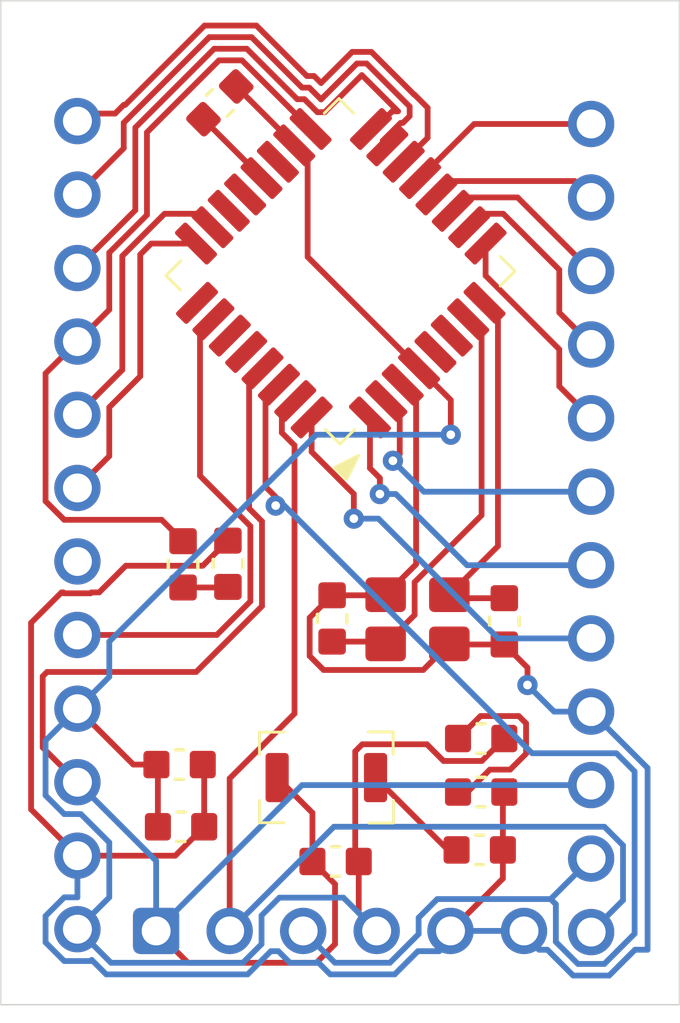
<source format=kicad_pcb>
(kicad_pcb (version 20241229) (generator "pcbnew") (generator_version "9.0")
  (layers (0 "F.Cu" signal) (2 "B.Cu" signal) (13 "F.Paste" user) (15 "B.Paste" user) (5 "F.SilkS" user "F.Silkscreen") (7 "B.SilkS" user "B.Silkscreen") (1 "F.Mask" user) (3 "B.Mask" user) (25 "Edge.Cuts" user))
  (net 0 "")
  (net 1 "RAW")
  (net 2 "Net-(U1-AREF)")
  (net 3 "GND")
  (net 4 "Net-(U1-XTAL1{slash}PB6)")
  (net 5 "/16MHz")
  (net 6 "Net-(C6-Pad1)")
  (net 7 "Net-(D1-Pad1)")
  (net 8 "Net-(D2-Pad2)")
  (net 9 "DTR")
  (net 10 "D10")
  (net 11 "A1")
  (net 12 "A0")
  (net 13 "MOSI")
  (net 14 "A2")
  (net 15 "SCK")
  (net 16 "MISO")
  (net 17 "A3")
  (net 18 "D2")
  (net 19 "D9")
  (net 20 "RXI")
  (net 21 "D4")
  (net 22 "D3")
  (net 23 "TX0")
  (net 24 "D5")
  (net 25 "D6")
  (net 26 "D7")
  (net 27 "D8")
  (footprint "Library:TS_3225" (layer "F.Cu") (at 205.05 89.75 180)
    (property "Reference" "SW2" (hide yes))
    (property "Value" "SW_Push" (hide yes))
    (fp_line (start 2.31 1.57) (end 2.31 0.79) (stroke (width 0.1)) (layer "F.SilkS"))
    (fp_line (start 2.31 -1.56) (end 2.31 -0.78) (stroke (width 0.1)) (layer "F.SilkS"))
    (fp_line (start 1.46 1.57) (end 2.31 1.57) (stroke (width 0.1)) (layer "F.SilkS"))
    (fp_line (start 1.46 -1.56) (end 2.31 -1.56) (stroke (width 0.1)) (layer "F.SilkS"))
    (fp_line (start -1.46 1.58) (end -2.31 1.58) (stroke (width 0.1)) (layer "F.SilkS"))
    (fp_line (start -1.47 -1.57) (end -2.32 -1.57) (stroke (width 0.1)) (layer "F.SilkS"))
    (fp_line (start -2.31 1.58) (end -2.31 0.8) (stroke (width 0.1)) (layer "F.SilkS"))
    (fp_line (start -2.32 -1.57) (end -2.32 -0.79) (stroke (width 0.1)) (layer "F.SilkS"))
    (pad "1" smd roundrect (at -1.7 0 180) (size 0.8 1.7) (layers "F.Cu" "F.Mask" "F.Paste") (roundrect_rratio 0.15) (net 6 "Net-(C6-Pad1)"))
    (pad "2" smd roundrect (at 1.7 0 180) (size 0.8 1.7) (layers "F.Cu" "F.Mask" "F.Paste") (roundrect_rratio 0.15) (net 9 "DTR"))
  )
  (footprint "Library:0603" (layer "F.Cu") (at 199.95 89.3)
    (property "Reference" "C4" (hide yes))
    (property "Value" "1uF")
    (fp_line (start -0.12058 0.51) (end 0.16058 0.51) (stroke (width 0.12)) (layer "F.SilkS"))
    (fp_line (start -0.11058 -0.51) (end 0.17058 -0.51) (stroke (width 0.12)) (layer "F.SilkS"))
    (pad "1" smd roundrect (at -0.77 0) (size 0.9 0.95) (layers "F.Cu" "F.Mask" "F.Paste") (roundrect_rratio 0.15) (net 1 "RAW"))
    (pad "2" smd roundrect (at 0.83 0) (size 0.9 0.95) (layers "F.Cu" "F.Mask" "F.Paste") (roundrect_rratio 0.15) (net 3 "GND"))
  )
  (footprint "Library:0603" (layer "F.Cu") (at 200.1 82.35 -90)
    (property "Reference" "R2" (hide yes))
    (property "Value" "330")
    (fp_line (start -0.12058 0.51) (end 0.16058 0.51) (stroke (width 0.12)) (layer "F.SilkS"))
    (fp_line (start -0.11058 -0.51) (end 0.17058 -0.51) (stroke (width 0.12)) (layer "F.SilkS"))
    (pad "1" smd roundrect (at -0.77 0 270) (size 0.9 0.95) (layers "F.Cu" "F.Mask" "F.Paste") (roundrect_rratio 0.15) (net 15 "SCK"))
    (pad "2" smd roundrect (at 0.83 0 270) (size 0.9 0.95) (layers "F.Cu" "F.Mask" "F.Paste") (roundrect_rratio 0.15) (net 8 "Net-(D2-Pad2)"))
  )
  (footprint "Library:0603" (layer "F.Cu") (at 205.25 84.28 90)
    (property "Reference" "C2" (hide yes))
    (property "Value" "12pF")
    (fp_line (start -0.11058 -0.51) (end 0.17058 -0.51) (stroke (width 0.12)) (layer "F.SilkS"))
    (fp_line (start -0.12058 0.51) (end 0.16058 0.51) (stroke (width 0.12)) (layer "F.SilkS"))
    (pad "1" smd roundrect (at -0.77 0 90) (size 0.9 0.95) (layers "F.Cu" "F.Mask" "F.Paste") (roundrect_rratio 0.15) (net 4 "Net-(U1-XTAL1{slash}PB6)"))
    (pad "2" smd roundrect (at 0.83 0 90) (size 0.9 0.95) (layers "F.Cu" "F.Mask" "F.Paste") (roundrect_rratio 0.15) (net 3 "GND"))
  )
  (footprint "Library:12pin_gpio" (layer "F.Cu") (at 196.45 79.99 180)
    (property "Reference" "J1" (hide yes))
    (property "Value" "~")
    (pad "1" thru_hole circle (at 0 -15 180) (size 1.6 1.6) (drill 1) (layers "*.Cu" "*.Mask") (net 1 "RAW"))
    (pad "2" thru_hole circle (at 0 -12.46 180) (size 1.6 1.6) (drill 1) (layers "*.Cu" "*.Mask") (net 3 "GND"))
    (pad "3" thru_hole circle (at 0 -9.92 180) (size 1.6 1.6) (drill 1) (layers "*.Cu" "*.Mask") (net 9 "DTR"))
    (pad "4" thru_hole circle (at 0 -7.38 180) (size 1.6 1.6) (drill 1) (layers "*.Cu" "*.Mask") (net 1 "RAW"))
    (pad "5" thru_hole circle (at 0 -4.83 180) (size 1.6 1.6) (drill 1) (layers "*.Cu" "*.Mask") (net 17 "A3"))
    (pad "6" thru_hole circle (at 0 -2.29 180) (size 1.6 1.6) (drill 1) (layers "*.Cu" "*.Mask") (net 14 "A2"))
    (pad "7" thru_hole circle (at 0 0.25 180) (size 1.6 1.6) (drill 1) (layers "*.Cu" "*.Mask") (net 11 "A1"))
    (pad "8" thru_hole circle (at 0 2.78 180) (size 1.6 1.6) (drill 1) (layers "*.Cu" "*.Mask") (net 12 "A0"))
    (pad "9" thru_hole circle (at 0 5.31 180) (size 1.6 1.6) (drill 1) (layers "*.Cu" "*.Mask") (net 15 "SCK"))
    (pad "10" thru_hole circle (at 0 7.85 180) (size 1.6 1.6) (drill 1) (layers "*.Cu" "*.Mask") (net 16 "MISO"))
    (pad "11" thru_hole circle (at 0 10.39 180) (size 1.6 1.6) (drill 1) (layers "*.Cu" "*.Mask") (net 13 "MOSI"))
    (pad "12" thru_hole circle (at 0 12.93 180) (size 1.6 1.6) (drill 1) (layers "*.Cu" "*.Mask") (net 10 "D10"))
  )
  (footprint "Library:0603" (layer "F.Cu") (at 210.37 88.4)
    (property "Reference" "D1" (hide yes))
    (property "Value" "Red")
    (fp_line (start -0.12058 0.51) (end 0.16058 0.51) (stroke (width 0.12)) (layer "F.SilkS"))
    (fp_line (start -0.11058 -0.51) (end 0.17058 -0.51) (stroke (width 0.12)) (layer "F.SilkS"))
    (pad "1" smd roundrect (at -0.77 0) (size 0.9 0.95) (layers "F.Cu" "F.Mask" "F.Paste") (roundrect_rratio 0.15) (net 7 "Net-(D1-Pad1)"))
    (pad "2" smd roundrect (at 0.83 0) (size 0.9 0.95) (layers "F.Cu" "F.Mask" "F.Paste") (roundrect_rratio 0.15) (net 1 "RAW"))
  )
  (footprint "Library:ATMEGA328P-AU" (layer "F.Cu") (at 205.55 72.3 135)
    (property "Reference" "U1" (hide yes))
    (property "Value" "ATmega328P-A" (hide yes))
    (fp_line (start 4.2 -4.34) (end 4.2 -3.62) (stroke (width 0.1)) (layer "F.SilkS"))
    (fp_line (start 3.48 -4.34) (end 4.19998 -4.34131) (stroke (width 0.1)) (layer "F.SilkS"))
    (fp_line (start -3.45001 -4.209345) (end -4.16999 -4.210655) (stroke (width 0.1)) (layer "F.SilkS"))
    (fp_line (start 4.3 4.21) (end 4.3 3.49) (stroke (width 0.1)) (layer "F.SilkS"))
    (fp_line (start -4.17001 -4.209345) (end -4.17001 -3.489345) (stroke (width 0.1)) (layer "F.SilkS"))
    (fp_line (start 3.58 4.21) (end 4.29998 4.21131) (stroke (width 0.1)) (layer "F.SilkS"))
    (fp_line (start -3.5 4.29) (end -4.21998 4.29131) (stroke (width 0.1)) (layer "F.SilkS"))
    (fp_line (start -4.220001 4.29) (end -4.22 3.57) (stroke (width 0.1)) (layer "F.SilkS"))
    (fp_poly (pts (xy -4.9 -4.03) (xy -4.6 -4.93) (xy -5.2 -4.93)) (stroke (width 0.1)) (fill yes) (layer "F.SilkS"))
    (pad "1" smd roundrect (at -4.25 -2.825 135) (size 1.6 0.55) (layers "F.Cu" "F.Mask" "F.Paste") (roundrect_rratio 0.15) (net 22 "D3"))
    (pad "2" smd roundrect (at -4.25 -2.025 135) (size 1.6 0.55) (layers "F.Cu" "F.Mask" "F.Paste") (roundrect_rratio 0.15) (net 21 "D4"))
    (pad "3" smd roundrect (at -4.25 -1.225 135) (size 1.6 0.55) (layers "F.Cu" "F.Mask" "F.Paste") (roundrect_rratio 0.15) (net 3 "GND"))
    (pad "4" smd roundrect (at -4.25 -0.425 135) (size 1.6 0.55) (layers "F.Cu" "F.Mask" "F.Paste") (roundrect_rratio 0.15) (net 1 "RAW"))
    (pad "5" smd roundrect (at -4.25 0.375 135) (size 1.6 0.55) (layers "F.Cu" "F.Mask" "F.Paste") (roundrect_rratio 0.15))
    (pad "6" smd roundrect (at -4.25 1.175 135) (size 1.6 0.55) (layers "F.Cu" "F.Mask" "F.Paste") (roundrect_rratio 0.15))
    (pad "7" smd roundrect (at -4.25 1.975 135) (size 1.6 0.55) (layers "F.Cu" "F.Mask" "F.Paste") (roundrect_rratio 0.15) (net 4 "Net-(U1-XTAL1{slash}PB6)"))
    (pad "8" smd roundrect (at -4.25 2.775 135) (size 1.6 0.55) (layers "F.Cu" "F.Mask" "F.Paste") (roundrect_rratio 0.15) (net 5 "/16MHz"))
    (pad "9" smd roundrect (at -2.825 4.25 225) (size 1.6 0.55) (layers "F.Cu" "F.Mask" "F.Paste") (roundrect_rratio 0.15) (net 24 "D5"))
    (pad "10" smd roundrect (at -2.025 4.25 225) (size 1.6 0.55) (layers "F.Cu" "F.Mask" "F.Paste") (roundrect_rratio 0.15) (net 25 "D6"))
    (pad "11" smd roundrect (at -1.225 4.25 225) (size 1.6 0.55) (layers "F.Cu" "F.Mask" "F.Paste") (roundrect_rratio 0.15) (net 26 "D7"))
    (pad "12" smd roundrect (at -0.425 4.25 225) (size 1.6 0.55) (layers "F.Cu" "F.Mask" "F.Paste") (roundrect_rratio 0.15) (net 27 "D8"))
    (pad "13" smd roundrect (at 0.375 4.25 225) (size 1.6 0.55) (layers "F.Cu" "F.Mask" "F.Paste") (roundrect_rratio 0.15) (net 19 "D9"))
    (pad "14" smd roundrect (at 1.175 4.25 225) (size 1.6 0.55) (layers "F.Cu" "F.Mask" "F.Paste") (roundrect_rratio 0.15) (net 10 "D10"))
    (pad "15" smd roundrect (at 1.975 4.25 225) (size 1.6 0.55) (layers "F.Cu" "F.Mask" "F.Paste") (roundrect_rratio 0.15) (net 13 "MOSI"))
    (pad "16" smd roundrect (at 2.775 4.25 225) (size 1.6 0.55) (layers "F.Cu" "F.Mask" "F.Paste") (roundrect_rratio 0.15) (net 16 "MISO"))
    (pad "17" smd roundrect (at 4.25 2.775 135) (size 1.6 0.55) (layers "F.Cu" "F.Mask" "F.Paste") (roundrect_rratio 0.15) (net 15 "SCK"))
    (pad "18" smd roundrect (at 4.25 1.975 135) (size 1.6 0.55) (layers "F.Cu" "F.Mask" "F.Paste") (roundrect_rratio 0.15) (net 1 "RAW"))
    (pad "19" smd roundrect (at 4.25 1.175 135) (size 1.6 0.55) (layers "F.Cu" "F.Mask" "F.Paste") (roundrect_rratio 0.15))
    (pad "20" smd roundrect (at 4.25 0.375 135) (size 1.6 0.55) (layers "F.Cu" "F.Mask" "F.Paste") (roundrect_rratio 0.15) (net 2 "Net-(U1-AREF)"))
    (pad "21" smd roundrect (at 4.25 -0.425 135) (size 1.6 0.55) (layers "F.Cu" "F.Mask" "F.Paste") (roundrect_rratio 0.15))
    (pad "22" smd roundrect (at 4.25 -1.225 135) (size 1.6 0.55) (layers "F.Cu" "F.Mask" "F.Paste") (roundrect_rratio 0.15))
    (pad "23" smd roundrect (at 4.25 -2.025 135) (size 1.6 0.55) (layers "F.Cu" "F.Mask" "F.Paste") (roundrect_rratio 0.15) (net 12 "A0"))
    (pad "24" smd roundrect (at 4.25 -2.825 135) (size 1.6 0.55) (layers "F.Cu" "F.Mask" "F.Paste") (roundrect_rratio 0.15) (net 11 "A1"))
    (pad "25" smd roundrect (at 2.775 -4.25 225) (size 1.6 0.55) (layers "F.Cu" "F.Mask" "F.Paste") (roundrect_rratio 0.15))
    (pad "26" smd roundrect (at 1.975 -4.25 225) (size 1.6 0.55) (layers "F.Cu" "F.Mask" "F.Paste") (roundrect_rratio 0.15) (net 17 "A3"))
    (pad "27" smd roundrect (at 1.175 -4.25 225) (size 1.6 0.55) (layers "F.Cu" "F.Mask" "F.Paste") (roundrect_rratio 0.15))
    (pad "28" smd roundrect (at 0.375 -4.25 225) (size 1.6 0.55) (layers "F.Cu" "F.Mask" "F.Paste") (roundrect_rratio 0.15))
    (pad "29" smd roundrect (at -0.425 -4.25 225) (size 1.6 0.55) (layers "F.Cu" "F.Mask" "F.Paste") (roundrect_rratio 0.15) (net 9 "DTR"))
    (pad "30" smd roundrect (at -1.225 -4.25 225) (size 1.6 0.55) (layers "F.Cu" "F.Mask" "F.Paste") (roundrect_rratio 0.15) (net 20 "RXI"))
    (pad "31" smd roundrect (at -2.025 -4.25 225) (size 1.6 0.55) (layers "F.Cu" "F.Mask" "F.Paste") (roundrect_rratio 0.15) (net 23 "TX0"))
    (pad "32" smd roundrect (at -2.825 -4.25 225) (size 1.6 0.55) (layers "F.Cu" "F.Mask" "F.Paste") (roundrect_rratio 0.15) (net 18 "D2"))
  )
  (footprint "Library:12pin_gpio" (layer "F.Cu") (at 214.2 82.16)
    (property "Reference" "J2" (hide yes))
    (property "Value" "~" (hide yes))
    (pad "1" thru_hole circle (at 0 -15) (size 1.6 1.6) (drill 1) (layers "*.Cu" "*.Mask") (net 19 "D9"))
    (pad "2" thru_hole circle (at 0 -12.46) (size 1.6 1.6) (drill 1) (layers "*.Cu" "*.Mask") (net 27 "D8"))
    (pad "3" thru_hole circle (at 0 -9.92) (size 1.6 1.6) (drill 1) (layers "*.Cu" "*.Mask") (net 26 "D7"))
    (pad "4" thru_hole circle (at 0 -7.38) (size 1.6 1.6) (drill 1) (layers "*.Cu" "*.Mask") (net 25 "D6"))
    (pad "5" thru_hole circle (at 0 -4.83) (size 1.6 1.6) (drill 1) (layers "*.Cu" "*.Mask") (net 24 "D5"))
    (pad "6" thru_hole circle (at 0 -2.29) (size 1.6 1.6) (drill 1) (layers "*.Cu" "*.Mask") (net 21 "D4"))
    (pad "7" thru_hole circle (at 0 0.25) (size 1.6 1.6) (drill 1) (layers "*.Cu" "*.Mask") (net 22 "D3"))
    (pad "8" thru_hole circle (at 0 2.78) (size 1.6 1.6) (drill 1) (layers "*.Cu" "*.Mask") (net 18 "D2"))
    (pad "9" thru_hole circle (at 0 5.31) (size 1.6 1.6) (drill 1) (layers "*.Cu" "*.Mask") (net 3 "GND"))
    (pad "10" thru_hole circle (at 0 7.85) (size 1.6 1.6) (drill 1) (layers "*.Cu" "*.Mask") (net 9 "DTR"))
    (pad "11" thru_hole circle (at 0 10.39) (size 1.6 1.6) (drill 1) (layers "*.Cu" "*.Mask") (net 20 "RXI"))
    (pad "12" thru_hole circle (at 0 12.93) (size 1.6 1.6) (drill 1) (layers "*.Cu" "*.Mask") (net 23 "TX0"))
  )
  (footprint "Library:0603" (layer "F.Cu") (at 205.4 92.65 180)
    (property "Reference" "R3" (hide yes))
    (property "Value" "10K")
    (fp_line (start -0.11058 -0.51) (end 0.17058 -0.51) (stroke (width 0.12)) (layer "F.SilkS"))
    (fp_line (start -0.12058 0.51) (end 0.16058 0.51) (stroke (width 0.12)) (layer "F.SilkS"))
    (pad "1" smd roundrect (at -0.77 0 180) (size 0.9 0.95) (layers "F.Cu" "F.Mask" "F.Paste") (roundrect_rratio 0.15) (net 1 "RAW"))
    (pad "2" smd roundrect (at 0.83 0 180) (size 0.9 0.95) (layers "F.Cu" "F.Mask" "F.Paste") (roundrect_rratio 0.15) (net 9 "DTR"))
  )
  (footprint "Library:0603" (layer "F.Cu") (at 211.2 84.32 -90)
    (property "Reference" "C3" (hide yes))
    (property "Value" "12pF")
    (fp_line (start -0.12058 0.51) (end 0.16058 0.51) (stroke (width 0.12)) (layer "F.SilkS"))
    (fp_line (start -0.11058 -0.51) (end 0.17058 -0.51) (stroke (width 0.12)) (layer "F.SilkS"))
    (pad "1" smd roundrect (at -0.77 0 270) (size 0.9 0.95) (layers "F.Cu" "F.Mask" "F.Paste") (roundrect_rratio 0.15) (net 5 "/16MHz"))
    (pad "2" smd roundrect (at 0.83 0 270) (size 0.9 0.95) (layers "F.Cu" "F.Mask" "F.Paste") (roundrect_rratio 0.15) (net 3 "GND"))
  )
  (footprint "Library:0603" (layer "F.Cu") (at 201.35 66.45 45)
    (property "Reference" "C1" (hide yes))
    (property "Value" "100nF")
    (fp_line (start -0.110579 -0.51) (end 0.17058 -0.51) (stroke (width 0.12)) (layer "F.SilkS"))
    (fp_line (start -0.120579 0.51) (end 0.16058 0.51) (stroke (width 0.12)) (layer "F.SilkS"))
    (pad "1" smd roundrect (at -0.77 0 45) (size 0.9 0.95) (layers "F.Cu" "F.Mask" "F.Paste") (roundrect_rratio 0.15) (net 2 "Net-(U1-AREF)"))
    (pad "2" smd roundrect (at 0.830001 0 45) (size 0.9 0.95) (layers "F.Cu" "F.Mask" "F.Paste") (roundrect_rratio 0.15) (net 1 "RAW"))
  )
  (footprint "Library:0603" (layer "F.Cu") (at 201.65 82.33 -90)
    (property "Reference" "D2" (hide yes))
    (property "Value" "Green")
    (fp_line (start -0.12058 0.51) (end 0.16058 0.51) (stroke (width 0.12)) (layer "F.SilkS"))
    (fp_line (start -0.11058 -0.51) (end 0.17058 -0.51) (stroke (width 0.12)) (layer "F.SilkS"))
    (pad "1" smd roundrect (at -0.77 0 270) (size 0.9 0.95) (layers "F.Cu" "F.Mask" "F.Paste") (roundrect_rratio 0.15) (net 3 "GND"))
    (pad "2" smd roundrect (at 0.83 0 270) (size 0.9 0.95) (layers "F.Cu" "F.Mask" "F.Paste") (roundrect_rratio 0.15) (net 8 "Net-(D2-Pad2)"))
  )
  (footprint "Library:0603" (layer "F.Cu") (at 210.37 90.25)
    (property "Reference" "R1" (hide yes))
    (property "Value" "10K")
    (fp_line (start -0.12058 0.51) (end 0.16058 0.51) (stroke (width 0.12)) (layer "F.SilkS"))
    (fp_line (start -0.11058 -0.51) (end 0.17058 -0.51) (stroke (width 0.12)) (layer "F.SilkS"))
    (pad "1" smd roundrect (at -0.77 0) (size 0.9 0.95) (layers "F.Cu" "F.Mask" "F.Paste") (roundrect_rratio 0.15) (net 7 "Net-(D1-Pad1)"))
    (pad "2" smd roundrect (at 0.83 0) (size 0.9 0.95) (layers "F.Cu" "F.Mask" "F.Paste") (roundrect_rratio 0.15) (net 3 "GND"))
  )
  (footprint "Library:0603" (layer "F.Cu") (at 200 91.45)
    (property "Reference" "C5" (hide yes))
    (property "Value" "100nF")
    (fp_line (start -0.12058 0.51) (end 0.16058 0.51) (stroke (width 0.12)) (layer "F.SilkS"))
    (fp_line (start -0.11058 -0.51) (end 0.17058 -0.51) (stroke (width 0.12)) (layer "F.SilkS"))
    (pad "1" smd roundrect (at -0.77 0) (size 0.9 0.95) (layers "F.Cu" "F.Mask" "F.Paste") (roundrect_rratio 0.15) (net 1 "RAW"))
    (pad "2" smd roundrect (at 0.83 0) (size 0.9 0.95) (layers "F.Cu" "F.Mask" "F.Paste") (roundrect_rratio 0.15) (net 3 "GND"))
  )
  (footprint "Library:0603" (layer "F.Cu") (at 210.32 92.25)
    (property "Reference" "C6" (hide yes))
    (property "Value" "100nF")
    (fp_line (start -0.12058 0.51) (end 0.16058 0.51) (stroke (width 0.12)) (layer "F.SilkS"))
    (fp_line (start -0.11058 -0.51) (end 0.17058 -0.51) (stroke (width 0.12)) (layer "F.SilkS"))
    (pad "1" smd roundrect (at -0.77 0) (size 0.9 0.95) (layers "F.Cu" "F.Mask" "F.Paste") (roundrect_rratio 0.15) (net 6 "Net-(C6-Pad1)"))
    (pad "2" smd roundrect (at 0.83 0) (size 0.9 0.95) (layers "F.Cu" "F.Mask" "F.Paste") (roundrect_rratio 0.15) (net 3 "GND"))
  )
  (footprint "Library:crys_osc_smd3225_4" (layer "F.Cu") (at 208.2 84.28)
    (property "Reference" "Y1" (hide yes))
    (property "Value" "~" (hide yes))
    (pad "1" smd roundrect (at -1.1 0.85) (size 1.4 1.2) (layers "F.Cu" "F.Mask" "F.Paste") (roundrect_rratio 0.15) (net 4 "Net-(U1-XTAL1{slash}PB6)"))
    (pad "2" smd roundrect (at 1.1 0.85) (size 1.4 1.2) (layers "F.Cu" "F.Mask" "F.Paste") (roundrect_rratio 0.15) (net 3 "GND"))
    (pad "3" smd roundrect (at 1.1 -0.85) (size 1.4 1.2) (layers "F.Cu" "F.Mask" "F.Paste") (roundrect_rratio 0.15) (net 5 "/16MHz"))
    (pad "4" smd roundrect (at -1.1 -0.85) (size 1.4 1.2) (layers "F.Cu" "F.Mask" "F.Paste") (roundrect_rratio 0.15) (net 3 "GND"))
  )
  (footprint "Library:6pin_gpio" (layer "F.Cu") (at 214.17 95.05 90)
    (property "Reference" "J3" (hide yes))
    (property "Value" "~" (hide yes))
    (pad "1" thru_hole roundrect (at 0 -15 90) (size 1.6 1.6) (drill 1) (layers "*.Cu" "*.Mask") (roundrect_rratio 0.15625) (net 9 "DTR"))
    (pad "2" thru_hole circle (at 0 -12.46 90) (size 1.6 1.6) (drill 1) (layers "*.Cu" "*.Mask") (net 23 "TX0"))
    (pad "3" thru_hole circle (at 0 -9.92 90) (size 1.6 1.6) (drill 1) (layers "*.Cu" "*.Mask") (net 20 "RXI"))
    (pad "4" thru_hole circle (at 0 -7.38 90) (size 1.6 1.6) (drill 1) (layers "*.Cu" "*.Mask") (net 1 "RAW"))
    (pad "5" thru_hole circle (at 0 -4.83 90) (size 1.6 1.6) (drill 1) (layers "*.Cu" "*.Mask") (net 3 "GND"))
    (pad "6" thru_hole circle (at 0 -2.29 90) (size 1.6 1.6) (drill 1) (layers "*.Cu" "*.Mask") (net 3 "GND"))
  )
  (gr_rect (start 193.8 62.9) (end 217.25 97.6) (stroke (width 0.05)) (fill no) (layer "Edge.Cuts"))
  (segment (start 203.941332 67.89826) (end 204.40423 68.361158) (width 0.2) (layer "F.Cu") (net 1))
  (segment (start 208.52366 88.599) (end 209.10066 89.176) (width 0.2) (layer "F.Cu") (net 1))
  (segment (start 206.17 92.65) (end 206.17 94.43) (width 0.2) (layer "F.Cu") (net 1))
  (segment (start 204.40423 71.755271) (end 208.254683 75.605724) (width 0.2) (layer "F.Cu") (net 1))
  (segment (start 204.40423 68.361158) (end 204.40423 71.755271) (width 0.2) (layer "F.Cu") (net 1))
  (segment (start 198.38 89.3) (end 196.45 87.37) (width 0.2) (layer "F.Cu") (net 1))
  (segment (start 209.35 76.701041) (end 208.254683 75.605724) (width 0.2) (layer "F.Cu") (net 1))
  (segment (start 209.10066 89.176) (end 210.424 89.176) (width 0.2) (layer "F.Cu") (net 1))
  (segment (start 206.17 94.43) (end 206.79 95.05) (width 0.2) (layer "F.Cu") (net 1))
  (segment (start 199.18 89.3) (end 198.38 89.3) (width 0.2) (layer "F.Cu") (net 1))
  (segment (start 199.23 89.35) (end 199.18 89.3) (width 0.2) (layer "F.Cu") (net 1))
  (segment (start 203.941332 67.867534) (end 203.941332 67.89826) (width 0.2) (layer "F.Cu") (net 1))
  (segment (start 206.049 92.529) (end 206.049 88.842292) (width 0.2) (layer "F.Cu") (net 1))
  (segment (start 206.17 92.65) (end 206.049 92.529) (width 0.2) (layer "F.Cu") (net 1))
  (segment (start 209.35 77.9) (end 209.35 76.701041) (width 0.2) (layer "F.Cu") (net 1))
  (segment (start 206.049 88.842292) (end 206.292292 88.599) (width 0.2) (layer "F.Cu") (net 1))
  (segment (start 210.424 89.176) (end 211.2 88.4) (width 0.2) (layer "F.Cu") (net 1))
  (segment (start 201.936899 65.863101) (end 203.941332 67.867534) (width 0.2) (layer "F.Cu") (net 1))
  (segment (start 206.292292 88.599) (end 208.52366 88.599) (width 0.2) (layer "F.Cu") (net 1))
  (segment (start 199.23 91.45) (end 199.23 89.35) (width 0.2) (layer "F.Cu") (net 1))
  (via (at 209.35 77.9) (size 0.7) (drill 0.3) (layers "F.Cu" "B.Cu") (net 1))
  (segment (start 195.99395 91.011) (end 195.349 90.36605) (width 0.2) (layer "B.Cu") (net 1))
  (segment (start 197.611 96.151) (end 196.45 94.99) (width 0.2) (layer "B.Cu") (net 1))
  (segment (start 197.551 86.269) (end 196.45 87.37) (width 0.2) (layer "B.Cu") (net 1))
  (segment (start 196.56805 91.011) (end 195.99395 91.011) (width 0.2) (layer "B.Cu") (net 1))
  (segment (start 204.700057 77.9) (end 197.551 85.049057) (width 0.2) (layer "B.Cu") (net 1))
  (segment (start 195.349 90.36605) (end 195.349 88.471) (width 0.2) (layer "B.Cu") (net 1))
  (segment (start 202.811 94.5161) (end 202.811 95.50605) (width 0.2) (layer "B.Cu") (net 1))
  (segment (start 209.35 77.9) (end 204.700057 77.9) (width 0.2) (layer "B.Cu") (net 1))
  (segment (start 206.79 95.05) (end 205.64 93.9) (width 0.2) (layer "B.Cu") (net 1))
  (segment (start 195.349 88.471) (end 196.45 87.37) (width 0.2) (layer "B.Cu") (net 1))
  (segment (start 205.64 93.9) (end 203.4271 93.9) (width 0.2) (layer "B.Cu") (net 1))
  (segment (start 197.551 93.889) (end 197.551 91.99395) (width 0.2) (layer "B.Cu") (net 1))
  (segment (start 202.811 95.50605) (end 202.16605 96.151) (width 0.2) (layer "B.Cu") (net 1))
  (segment (start 202.16605 96.151) (end 197.611 96.151) (width 0.2) (layer "B.Cu") (net 1))
  (segment (start 196.45 94.99) (end 197.551 93.889) (width 0.2) (layer "B.Cu") (net 1))
  (segment (start 197.551 85.049057) (end 197.551 86.269) (width 0.2) (layer "B.Cu") (net 1))
  (segment (start 203.4271 93.9) (end 202.811 94.5161) (width 0.2) (layer "B.Cu") (net 1))
  (segment (start 197.551 91.99395) (end 196.56805 91.011) (width 0.2) (layer "B.Cu") (net 1))
  (segment (start 202.809961 68.998905) (end 202.809961 69.029631) (width 0.2) (layer "F.Cu") (net 2))
  (segment (start 200.805528 66.994472) (end 202.809961 68.998905) (width 0.2) (layer "F.Cu") (net 2))
  (segment (start 196.93705 83.35) (end 196.90605 83.381) (width 0.2) (layer "F.Cu") (net 3))
  (segment (start 199.83 92.45) (end 196.45 92.45) (width 0.2) (layer "F.Cu") (net 3))
  (segment (start 209.32 85.15) (end 209.3 85.13) (width 0.2) (layer "F.Cu") (net 3))
  (segment (start 207.08 83.45) (end 207.1 83.43) (width 0.2) (layer "F.Cu") (net 3))
  (segment (start 207.688998 76.17141) (end 208.151896 76.634308) (width 0.2) (layer "F.Cu") (net 3))
  (segment (start 212 86.55) (end 212 85.95) (width 0.2) (layer "F.Cu") (net 3))
  (segment (start 194.849 90.849) (end 196.45 92.45) (width 0.2) (layer "F.Cu") (net 3))
  (segment (start 200.781 82.429) (end 198.121 82.429) (width 0.2) (layer "F.Cu") (net 3))
  (segment (start 211.15 92.25) (end 211.15 93.24) (width 0.2) (layer "F.Cu") (net 3))
  (segment (start 211.15 93.24) (end 209.34 95.05) (width 0.2) (layer "F.Cu") (net 3))
  (segment (start 204.95566 86.031) (end 204.474 85.54934) (width 0.2) (layer "F.Cu") (net 3))
  (segment (start 208.151896 82.378104) (end 207.1 83.43) (width 0.2) (layer "F.Cu") (net 3))
  (segment (start 200.83 89.35) (end 200.78 89.3) (width 0.2) (layer "F.Cu") (net 3))
  (segment (start 201.65 81.56) (end 200.781 82.429) (width 0.2) (layer "F.Cu") (net 3))
  (segment (start 204.474 84.226) (end 205.25 83.45) (width 0.2) (layer "F.Cu") (net 3))
  (segment (start 194.849 84.401) (end 194.849 90.849) (width 0.2) (layer "F.Cu") (net 3))
  (segment (start 200.83 91.45) (end 200.83 89.35) (width 0.2) (layer "F.Cu") (net 3))
  (segment (start 195.99395 83.381) (end 195.96295 83.35) (width 0.2) (layer "F.Cu") (net 3))
  (segment (start 198.121 82.429) (end 197.2 83.35) (width 0.2) (layer "F.Cu") (net 3))
  (segment (start 205.25 83.45) (end 207.08 83.45) (width 0.2) (layer "F.Cu") (net 3))
  (segment (start 197.2 83.35) (end 196.93705 83.35) (width 0.2) (layer "F.Cu") (net 3))
  (segment (start 196.90605 83.381) (end 195.99395 83.381) (width 0.2) (layer "F.Cu") (net 3))
  (segment (start 208.399 86.031) (end 204.95566 86.031) (width 0.2) (layer "F.Cu") (net 3))
  (segment (start 212 85.95) (end 211.2 85.15) (width 0.2) (layer "F.Cu") (net 3))
  (segment (start 207.1 83.43) (end 207.6 83.43) (width 0.2) (layer "F.Cu") (net 3))
  (segment (start 211.15 90.3) (end 211.2 90.25) (width 0.2) (layer "F.Cu") (net 3))
  (segment (start 211.2 85.15) (end 209.32 85.15) (width 0.2) (layer "F.Cu") (net 3))
  (segment (start 204.474 85.54934) (end 204.474 84.226) (width 0.2) (layer "F.Cu") (net 3))
  (segment (start 195.96295 83.35) (end 195.9 83.35) (width 0.2) (layer "F.Cu") (net 3))
  (segment (start 209.3 85.13) (end 208.399 86.031) (width 0.2) (layer "F.Cu") (net 3))
  (segment (start 211.15 92.25) (end 211.15 90.3) (width 0.2) (layer "F.Cu") (net 3))
  (segment (start 200.83 91.45) (end 199.83 92.45) (width 0.2) (layer "F.Cu") (net 3))
  (segment (start 208.151896 76.634308) (end 208.151896 82.378104) (width 0.2) (layer "F.Cu") (net 3))
  (segment (start 195.9 83.35) (end 194.849 84.401) (width 0.2) (layer "F.Cu") (net 3))
  (segment (start 211.42 90.25) (end 211.2 90.25) (width 0.2) (layer "F.Cu") (net 3))
  (via (at 212 86.55) (size 0.7) (drill 0.3) (layers "F.Cu" "B.Cu") (net 3))
  (segment (start 209.34 95.05) (end 211.88 95.05) (width 0.2) (layer "B.Cu") (net 3))
  (segment (start 216.15 95.7) (end 215.71415 95.7) (width 0.2) (layer "B.Cu") (net 3))
  (segment (start 195.349 95.44605) (end 195.349 94.53395) (width 0.2) (layer "B.Cu") (net 3))
  (segment (start 214.2 87.47) (end 216.15 89.42) (width 0.2) (layer "B.Cu") (net 3))
  (segment (start 216.15 89.42) (end 216.15 95.7) (width 0.2) (layer "B.Cu") (net 3))
  (segment (start 195.349 94.53395) (end 195.99395 93.889) (width 0.2) (layer "B.Cu") (net 3))
  (segment (start 204.70605 96.151) (end 203.79395 96.151) (width 0.2) (layer "B.Cu") (net 3))
  (segment (start 208.21415 95.75) (end 207.41315 96.551) (width 0.2) (layer "B.Cu") (net 3))
  (segment (start 205.1839 96.551) (end 204.744975 96.112075) (width 0.2) (layer "B.Cu") (net 3))
  (segment (start 208.95 95.75) (end 208.21415 95.75) (width 0.2) (layer "B.Cu") (net 3))
  (segment (start 214.2 87.47) (end 212.92 87.47) (width 0.2) (layer "B.Cu") (net 3))
  (segment (start 196.944975 96.052075) (end 196.90605 96.091) (width 0.2) (layer "B.Cu") (net 3))
  (segment (start 195.99395 93.889) (end 196.45 93.889) (width 0.2) (layer "B.Cu") (net 3))
  (segment (start 207.41315 96.551) (end 205.1839 96.551) (width 0.2) (layer "B.Cu") (net 3))
  (segment (start 202.33215 96.552) (end 197.4449 96.552) (width 0.2) (layer "B.Cu") (net 3))
  (segment (start 203.13415 95.75) (end 202.33215 96.552) (width 0.2) (layer "B.Cu") (net 3))
  (segment (start 203.39295 95.75) (end 203.13415 95.75) (width 0.2) (layer "B.Cu") (net 3))
  (segment (start 212.4 95.7) (end 211.88 95.18) (width 0.2) (layer "B.Cu") (net 3))
  (segment (start 196.45 93.889) (end 196.45 92.45) (width 0.2) (layer "B.Cu") (net 3))
  (segment (start 209.34 95.05) (end 209.34 95.36) (width 0.2) (layer "B.Cu") (net 3))
  (segment (start 196.90605 96.091) (end 195.99395 96.091) (width 0.2) (layer "B.Cu") (net 3))
  (segment (start 197.4449 96.552) (end 196.944975 96.052075) (width 0.2) (layer "B.Cu") (net 3))
  (segment (start 213.57785 96.592) (end 212.68585 95.7) (width 0.2) (layer "B.Cu") (net 3))
  (segment (start 209.34 95.36) (end 208.95 95.75) (width 0.2) (layer "B.Cu") (net 3))
  (segment (start 211.88 95.18) (end 211.88 95.05) (width 0.2) (layer "B.Cu") (net 3))
  (segment (start 215.71415 95.7) (end 214.82215 96.592) (width 0.2) (layer "B.Cu") (net 3))
  (segment (start 212.92 87.47) (end 212 86.55) (width 0.2) (layer "B.Cu") (net 3))
  (segment (start 204.744975 96.112075) (end 204.70605 96.151) (width 0.2) (layer "B.Cu") (net 3))
  (segment (start 212.68585 95.7) (end 212.4 95.7) (width 0.2) (layer "B.Cu") (net 3))
  (segment (start 203.79395 96.151) (end 203.39295 95.75) (width 0.2) (layer "B.Cu") (net 3))
  (segment (start 214.82215 96.592) (end 213.57785 96.592) (width 0.2) (layer "B.Cu") (net 3))
  (segment (start 195.99395 96.091) (end 195.349 95.44605) (width 0.2) (layer "B.Cu") (net 3))
  (segment (start 209.95174 73.908668) (end 210.414637 74.371565) (width 0.2) (layer "F.Cu") (net 4))
  (segment (start 208.101 84.129) (end 207.1 85.13) (width 0.2) (layer "F.Cu") (net 4))
  (segment (start 210.414637 74.371565) (end 210.414637 80.682463) (width 0.2) (layer "F.Cu") (net 4))
  (segment (start 207.02 85.05) (end 207.1 85.13) (width 0.2) (layer "F.Cu") (net 4))
  (segment (start 208.101 82.9961) (end 208.101 84.129) (width 0.2) (layer "F.Cu") (net 4))
  (segment (start 210.414637 80.682463) (end 208.101 82.9961) (width 0.2) (layer "F.Cu") (net 4))
  (segment (start 207.03 85.2) (end 207.1 85.13) (width 0.2) (layer "F.Cu") (net 4))
  (segment (start 205.25 85.05) (end 207.02 85.05) (width 0.2) (layer "F.Cu") (net 4))
  (segment (start 210.980323 81.749677) (end 209.3 83.43) (width 0.2) (layer "F.Cu") (net 5))
  (segment (start 210.517425 73.342983) (end 210.980323 73.805881) (width 0.2) (layer "F.Cu") (net 5))
  (segment (start 209.42 83.55) (end 209.3 83.43) (width 0.2) (layer "F.Cu") (net 5))
  (segment (start 210.980323 73.805881) (end 210.980323 81.749677) (width 0.2) (layer "F.Cu") (net 5))
  (segment (start 211.2 83.55) (end 209.42 83.55) (width 0.2) (layer "F.Cu") (net 5))
  (segment (start 206.75 89.75) (end 209.25 92.25) (width 0.2) (layer "F.Cu") (net 6))
  (segment (start 209.25 92.25) (end 209.55 92.25) (width 0.2) (layer "F.Cu") (net 6))
  (segment (start 210.70066 89.474) (end 209.92466 90.25) (width 0.2) (layer "F.Cu") (net 7))
  (segment (start 211.69934 87.624) (end 211.951 87.87566) (width 0.2) (layer "F.Cu") (net 7))
  (segment (start 211.951 88.92434) (end 211.40134 89.474) (width 0.2) (layer "F.Cu") (net 7))
  (segment (start 210.376 87.624) (end 211.69934 87.624) (width 0.2) (layer "F.Cu") (net 7))
  (segment (start 209.6 88.4) (end 210.376 87.624) (width 0.2) (layer "F.Cu") (net 7))
  (segment (start 211.40134 89.474) (end 210.70066 89.474) (width 0.2) (layer "F.Cu") (net 7))
  (segment (start 209.6 88.07) (end 209.58 88.05) (width 0.2) (layer "F.Cu") (net 7))
  (segment (start 209.92466 90.25) (end 209.6 90.25) (width 0.2) (layer "F.Cu") (net 7))
  (segment (start 211.951 87.87566) (end 211.951 88.92434) (width 0.2) (layer "F.Cu") (net 7))
  (segment (start 201.63 83.18) (end 201.65 83.16) (width 0.2) (layer "F.Cu") (net 8))
  (segment (start 200.1 83.18) (end 201.63 83.18) (width 0.2) (layer "F.Cu") (net 8))
  (segment (start 205.351 95.50605) (end 204.70605 96.151) (width 0.2) (layer "F.Cu") (net 9))
  (segment (start 202.382419 76.068622) (end 202.382419 80.449979) (width 0.2) (layer "F.Cu") (net 9))
  (segment (start 202.382419 80.449979) (end 202.827 80.89456) (width 0.2) (layer "F.Cu") (net 9))
  (segment (start 202.827 80.89456) (end 202.827 83.82544) (width 0.2) (layer "F.Cu") (net 9))
  (segment (start 204.70605 96.151) (end 200.271 96.151) (width 0.2) (layer "F.Cu") (net 9))
  (segment (start 202.827 83.82544) (end 200.55244 86.1) (width 0.2) (layer "F.Cu") (net 9))
  (segment (start 195.4 86.1) (end 195.25 86.25) (width 0.2) (layer "F.Cu") (net 9))
  (segment (start 195.25 86.25) (end 195.25 88.71) (width 0.2) (layer "F.Cu") (net 9))
  (segment (start 214.2 90.47534) (end 214.2 90.01) (width 0.2) (layer "F.Cu") (net 9))
  (segment (start 204.57 92.65) (end 204.57 90.97) (width 0.2) (layer "F.Cu") (net 9))
  (segment (start 195.25 88.71) (end 196.45 89.91) (width 0.2) (layer "F.Cu") (net 9))
  (segment (start 205.351 93.431) (end 205.351 95.50605) (width 0.2) (layer "F.Cu") (net 9))
  (segment (start 200.271 96.151) (end 199.17 95.05) (width 0.2) (layer "F.Cu") (net 9))
  (segment (start 204.57 92.65) (end 205.351 93.431) (width 0.2) (layer "F.Cu") (net 9))
  (segment (start 204.57 90.97) (end 203.35 89.75) (width 0.2) (layer "F.Cu") (net 9))
  (segment (start 200.55244 86.1) (end 195.4 86.1) (width 0.2) (layer "F.Cu") (net 9))
  (segment (start 202.845317 75.605724) (end 202.382419 76.068622) (width 0.2) (layer "F.Cu") (net 9))
  (segment (start 214.2 90.01) (end 204.21 90.01) (width 0.2) (layer "B.Cu") (net 9))
  (segment (start 196.45 89.91) (end 199.17 92.63) (width 0.2) (layer "B.Cu") (net 9))
  (segment (start 204.21 90.01) (end 199.17 95.05) (width 0.2) (layer "B.Cu") (net 9))
  (segment (start 199.17 92.63) (end 199.17 95.05) (width 0.2) (layer "B.Cu") (net 9))
  (segment (start 207.724353 68.463946) (end 208.55 67.638299) (width 0.2) (layer "F.Cu") (net 10))
  (segment (start 202.634043 63.758301) (end 200.842399 63.758301) (width 0.2) (layer "F.Cu") (net 10))
  (segment (start 196.71 66.8) (end 196.45 67.06) (width 0.2) (layer "F.Cu") (net 10))
  (segment (start 205.943137 64.668663) (end 204.867515 65.744285) (width 0.2) (layer "F.Cu") (net 10))
  (segment (start 208.088174 66.1493) (end 206.607537 64.668663) (width 0.2) (layer "F.Cu") (net 10))
  (segment (start 204.867515 65.744285) (end 204.625222 65.501992) (width 0.2) (layer "F.Cu") (net 10))
  (segment (start 200.842399 63.758301) (end 198.1007 66.5) (width 0.2) (layer "F.Cu") (net 10))
  (segment (start 204.625222 65.501992) (end 204.377734 65.501992) (width 0.2) (layer "F.Cu") (net 10))
  (segment (start 208.55 67.638299) (end 208.55 66.6) (width 0.2) (layer "F.Cu") (net 10))
  (segment (start 208.0993 66.1493) (end 208.088174 66.1493) (width 0.2) (layer "F.Cu") (net 10))
  (segment (start 197.75 66.8) (end 196.71 66.8) (width 0.2) (layer "F.Cu") (net 10))
  (segment (start 204.377734 65.501992) (end 202.634043 63.758301) (width 0.2) (layer "F.Cu") (net 10))
  (segment (start 198.05 66.5) (end 197.75 66.8) (width 0.2) (layer "F.Cu") (net 10))
  (segment (start 208.55 66.6) (end 208.0993 66.1493) (width 0.2) (layer "F.Cu") (net 10))
  (segment (start 198.1007 66.5) (end 198.05 66.5) (width 0.2) (layer "F.Cu") (net 10))
  (segment (start 206.607537 64.668663) (end 205.943137 64.668663) (width 0.2) (layer "F.Cu") (net 10))
  (segment (start 198.998927 71.292373) (end 198.62065 71.67065) (width 0.2) (layer "F.Cu") (net 11))
  (segment (start 198.62065 71.67065) (end 198.62065 75.88035) (width 0.2) (layer "F.Cu") (net 11))
  (segment (start 197.551 76.95) (end 197.551 78.639) (width 0.2) (layer "F.Cu") (net 11))
  (segment (start 197.551 78.639) (end 196.45 79.74) (width 0.2) (layer "F.Cu") (net 11))
  (segment (start 200.54722 71.292373) (end 198.998927 71.292373) (width 0.2) (layer "F.Cu") (net 11))
  (segment (start 198.62065 75.88035) (end 197.551 76.95) (width 0.2) (layer "F.Cu") (net 11))
  (segment (start 201.112905 70.726687) (end 200.650008 70.26379) (width 0.2) (layer "F.Cu") (net 12))
  (segment (start 198.001 75.659) (end 196.45 77.21) (width 0.2) (layer "F.Cu") (net 12))
  (segment (start 198.001 71.7232) (end 198.001 75.659) (width 0.2) (layer "F.Cu") (net 12))
  (segment (start 200.650008 70.26379) (end 199.46041 70.26379) (width 0.2) (layer "F.Cu") (net 12))
  (segment (start 199.46041 70.26379) (end 198.001 71.7232) (width 0.2) (layer "F.Cu") (net 12))
  (segment (start 201.008499 64.159301) (end 198.05 67.1178) (width 0.2) (layer "F.Cu") (net 13))
  (segment (start 207.693437 67.123663) (end 207.928337 66.888763) (width 0.2) (layer "F.Cu") (net 13))
  (segment (start 204.211634 65.902992) (end 202.467943 64.159301) (width 0.2) (layer "F.Cu") (net 13))
  (segment (start 202.467943 64.159301) (end 201.008499 64.159301) (width 0.2) (layer "F.Cu") (net 13))
  (segment (start 207.158668 67.89826) (end 207.000277 67.739869) (width 0.2) (layer "F.Cu") (net 13))
  (segment (start 207.616483 67.123663) (end 207.693437 67.123663) (width 0.2) (layer "F.Cu") (net 13))
  (segment (start 204.867515 66.311385) (end 204.459122 65.902992) (width 0.2) (layer "F.Cu") (net 13))
  (segment (start 206.441437 65.069663) (end 206.109237 65.069663) (width 0.2) (layer "F.Cu") (net 13))
  (segment (start 207.928337 66.556563) (end 206.441437 65.069663) (width 0.2) (layer "F.Cu") (net 13))
  (segment (start 207.928337 66.888763) (end 207.928337 66.556563) (width 0.2) (layer "F.Cu") (net 13))
  (segment (start 204.459122 65.902992) (end 204.211634 65.902992) (width 0.2) (layer "F.Cu") (net 13))
  (segment (start 206.109237 65.069663) (end 204.867515 66.311385) (width 0.2) (layer "F.Cu") (net 13))
  (segment (start 198.05 68) (end 196.45 69.6) (width 0.2) (layer "F.Cu") (net 13))
  (segment (start 198.05 67.1178) (end 198.05 68) (width 0.2) (layer "F.Cu") (net 13))
  (segment (start 207.000277 67.739869) (end 207.616483 67.123663) (width 0.2) (layer "F.Cu") (net 13))
  (segment (start 199.361 80.841) (end 195.99395 80.841) (width 0.2) (layer "F.Cu") (net 15))
  (segment (start 197.551 73.579) (end 196.45 74.68) (width 0.2) (layer "F.Cu") (net 15))
  (segment (start 197.551 71.6061) (end 197.551 73.579) (width 0.2) (layer "F.Cu") (net 15))
  (segment (start 198.852 70.3051) (end 197.551 71.6061) (width 0.2) (layer "F.Cu") (net 15))
  (segment (start 200.1 81.58) (end 199.361 80.841) (width 0.2) (layer "F.Cu") (net 15))
  (segment (start 202.135743 64.961301) (end 201.340699 64.961301) (width 0.2) (layer "F.Cu") (net 15))
  (segment (start 195.349 80.19605) (end 195.349 75.781) (width 0.2) (layer "F.Cu") (net 15))
  (segment (start 201.340699 64.961301) (end 198.852 67.45) (width 0.2) (layer "F.Cu") (net 15))
  (segment (start 195.99395 80.841) (end 195.349 80.19605) (width 0.2) (layer "F.Cu") (net 15))
  (segment (start 204.507017 67.332575) (end 202.135743 64.961301) (width 0.2) (layer "F.Cu") (net 15))
  (segment (start 198.852 67.45) (end 198.852 70.3051) (width 0.2) (layer "F.Cu") (net 15))
  (segment (start 195.349 75.781) (end 196.45 74.68) (width 0.2) (layer "F.Cu") (net 15))
  (segment (start 207.35 66.7) (end 207.372663 66.722663) (width 0.2) (layer "F.Cu") (net 16))
  (segment (start 207.372663 66.722663) (end 207.527337 66.722663) (width 0.2) (layer "F.Cu") (net 16))
  (segment (start 204.994 66.752) (end 204.74103 66.752) (width 0.2) (layer "F.Cu") (net 16))
  (segment (start 204.045534 66.303992) (end 202.301843 64.560301) (width 0.2) (layer "F.Cu") (net 16))
  (segment (start 204.74103 66.752) (end 204.293022 66.303992) (width 0.2) (layer "F.Cu") (net 16))
  (segment (start 206.592983 67.332575) (end 206.717425 67.332575) (width 0.2) (layer "F.Cu") (net 16))
  (segment (start 198.451 67.2839) (end 198.451 70.139) (width 0.2) (layer "F.Cu") (net 16))
  (segment (start 201.174599 64.560301) (end 198.451 67.2839) (width 0.2) (layer "F.Cu") (net 16))
  (segment (start 202.301843 64.560301) (end 201.174599 64.560301) (width 0.2) (layer "F.Cu") (net 16))
  (segment (start 207.527337 66.722663) (end 206.275337 65.470663) (width 0.2) (layer "F.Cu") (net 16))
  (segment (start 198.451 70.139) (end 196.45 72.14) (width 0.2) (layer "F.Cu") (net 16))
  (segment (start 204.293022 66.303992) (end 204.045534 66.303992) (width 0.2) (layer "F.Cu") (net 16))
  (segment (start 206.717425 67.332575) (end 207.35 66.7) (width 0.2) (layer "F.Cu") (net 16))
  (segment (start 206.275337 65.470663) (end 204.994 66.752) (width 0.2) (layer "F.Cu") (net 16))
  (segment (start 202.426 81.06066) (end 202.426 83.65934) (width 0.2) (layer "F.Cu") (net 17))
  (segment (start 200.685363 79.320023) (end 202.426 81.06066) (width 0.2) (layer "F.Cu") (net 17))
  (segment (start 200.685363 74.371565) (end 200.685363 79.320023) (width 0.2) (layer "F.Cu") (net 17))
  (segment (start 201.14826 73.908668) (end 200.685363 74.371565) (width 0.2) (layer "F.Cu") (net 17))
  (segment (start 202.426 83.65934) (end 201.26534 84.82) (width 0.2) (layer "F.Cu") (net 17))
  (segment (start 201.26534 84.82) (end 196.45 84.82) (width 0.2) (layer "F.Cu") (net 17))
  (segment (start 214.2 84.94) (end 214.2 84.67466) (width 0.2) (layer "F.Cu") (net 18))
  (segment (start 204.542373 78.492373) (end 204.542373 77.30278) (width 0.2) (layer "F.Cu") (net 18))
  (segment (start 206 80.8) (end 206 79.95) (width 0.2) (layer "F.Cu") (net 18))
  (segment (start 206 79.95) (end 204.542373 78.492373) (width 0.2) (layer "F.Cu") (net 18))
  (via (at 206 80.8) (size 0.7) (drill 0.3) (layers "F.Cu" "B.Cu") (net 18))
  (segment (start 206 80.8) (end 206.85 80.8) (width 0.2) (layer "B.Cu") (net 18))
  (segment (start 206.85 80.8) (end 210.99 84.94) (width 0.2) (layer "B.Cu") (net 18))
  (segment (start 210.99 84.94) (end 214.2 84.94) (width 0.2) (layer "B.Cu") (net 18))
  (segment (start 208.290039 69.029631) (end 210.15967 67.16) (width 0.2) (layer "F.Cu") (net 19))
  (segment (start 210.15967 67.16) (end 214.2 67.16) (width 0.2) (layer "F.Cu") (net 19))
  (segment (start 203.3 80.35) (end 203.3 80.05) (width 0.2) (layer "F.Cu") (net 20))
  (segment (start 202.948104 79.698104) (end 202.948104 76.634308) (width 0.2) (layer "F.Cu") (net 20))
  (segment (start 203.3 80.05) (end 202.948104 79.698104) (width 0.2) (layer "F.Cu") (net 20))
  (segment (start 202.948104 76.634308) (end 203.411002 76.17141) (width 0.2) (layer "F.Cu") (net 20))
  (via (at 203.3 80.35) (size 0.7) (drill 0.3) (layers "F.Cu" "B.Cu") (net 20))
  (segment (start 207.24705 96.15) (end 208.239 95.15805) (width 0.2) (layer "B.Cu") (net 20))
  (segment (start 208.88395 93.949) (end 212.801 93.949) (width 0.2) (layer "B.Cu") (net 20))
  (segment (start 213.74395 96.191) (end 212.981 95.42805) (width 0.2) (layer "B.Cu") (net 20))
  (segment (start 212.9 93.85) (end 214.2 92.55) (width 0.2) (layer "B.Cu") (net 20))
  (segment (start 205.35 96.15) (end 207.24705 96.15) (width 0.2) (layer "B.Cu") (net 20))
  (segment (start 215.702 95.14505) (end 214.65605 96.191) (width 0.2) (layer "B.Cu") (net 20))
  (segment (start 212.981 94.129) (end 212.801 93.949) (width 0.2) (layer "B.Cu") (net 20))
  (segment (start 214.65605 96.191) (end 213.74395 96.191) (width 0.2) (layer "B.Cu") (net 20))
  (segment (start 203.6 80.35) (end 212.159 88.909) (width 0.2) (layer "B.Cu") (net 20))
  (segment (start 204.25 95.05) (end 205.35 96.15) (width 0.2) (layer "B.Cu") (net 20))
  (segment (start 215.702 89.5391) (end 215.702 95.14505) (width 0.2) (layer "B.Cu") (net 20))
  (segment (start 208.239 95.15805) (end 208.239 94.59395) (width 0.2) (layer "B.Cu") (net 20))
  (segment (start 212.801 93.949) (end 212.9 93.85) (width 0.2) (layer "B.Cu") (net 20))
  (segment (start 203.3 80.35) (end 203.6 80.35) (width 0.2) (layer "B.Cu") (net 20))
  (segment (start 212.159 88.909) (end 215.0719 88.909) (width 0.2) (layer "B.Cu") (net 20))
  (segment (start 208.239 94.59395) (end 208.88395 93.949) (width 0.2) (layer "B.Cu") (net 20))
  (segment (start 212.981 95.42805) (end 212.981 94.129) (width 0.2) (layer "B.Cu") (net 20))
  (segment (start 215.0719 88.909) (end 215.702 89.5391) (width 0.2) (layer "B.Cu") (net 20))
  (segment (start 207.35 78.8) (end 207.58621 78.56379) (width 0.2) (layer "F.Cu") (net 21))
  (segment (start 207.58621 77.199992) (end 207.123313 76.737095) (width 0.2) (layer "F.Cu") (net 21))
  (segment (start 207.58621 78.56379) (end 207.58621 77.199992) (width 0.2) (layer "F.Cu") (net 21))
  (via (at 207.35 78.8) (size 0.7) (drill 0.3) (layers "F.Cu" "B.Cu") (net 21))
  (segment (start 207.35 78.8) (end 208.42 79.87) (width 0.2) (layer "B.Cu") (net 21))
  (segment (start 208.42 79.87) (end 214.2 79.87) (width 0.2) (layer "B.Cu") (net 21))
  (segment (start 206.9 79.95) (end 206.9 79.4) (width 0.2) (layer "F.Cu") (net 22))
  (segment (start 206.557627 79.057627) (end 206.557627 77.30278) (width 0.2) (layer "F.Cu") (net 22))
  (segment (start 206.9 79.4) (end 206.557627 79.057627) (width 0.2) (layer "F.Cu") (net 22))
  (via (at 206.9 79.95) (size 0.7) (drill 0.3) (layers "F.Cu" "B.Cu") (net 22))
  (segment (start 207.45 79.95) (end 209.91 82.41) (width 0.2) (layer "B.Cu") (net 22))
  (segment (start 209.91 82.41) (end 214.2 82.41) (width 0.2) (layer "B.Cu") (net 22))
  (segment (start 206.9 79.95) (end 207.45 79.95) (width 0.2) (layer "B.Cu") (net 22))
  (segment (start 203.951 87.540292) (end 201.71 89.781292) (width 0.2) (layer "F.Cu") (net 23))
  (segment (start 203.51379 77.199992) (end 203.51379 77.831247) (width 0.2) (layer "F.Cu") (net 23))
  (segment (start 201.71 89.781292) (end 201.71 95.05) (width 0.2) (layer "F.Cu") (net 23))
  (segment (start 203.51379 77.831247) (end 203.951 78.268457) (width 0.2) (layer "F.Cu") (net 23))
  (segment (start 203.951 78.268457) (end 203.951 87.540292) (width 0.2) (layer "F.Cu") (net 23))
  (segment (start 203.976687 76.737095) (end 203.51379 77.199992) (width 0.2) (layer "F.Cu") (net 23))
  (segment (start 214.65605 91.449) (end 215.301 92.09395) (width 0.2) (layer "B.Cu") (net 23))
  (segment (start 205.311 91.449) (end 214.65605 91.449) (width 0.2) (layer "B.Cu") (net 23))
  (segment (start 201.71 95.05) (end 205.311 91.449) (width 0.2) (layer "B.Cu") (net 23))
  (segment (start 215.301 93.989) (end 214.2 95.09) (width 0.2) (layer "B.Cu") (net 23))
  (segment (start 215.301 92.09395) (end 215.301 93.989) (width 0.2) (layer "B.Cu") (net 23))
  (segment (start 210.55278 71.292373) (end 210.55278 72.40278) (width 0.2) (layer "F.Cu") (net 24))
  (segment (start 213.099 76.229) (end 214.2 77.33) (width 0.2) (layer "F.Cu") (net 24))
  (segment (start 213.099 74.949) (end 213.099 76.229) (width 0.2) (layer "F.Cu") (net 24))
  (segment (start 210.55278 72.40278) (end 213.099 74.949) (width 0.2) (layer "F.Cu") (net 24))
  (segment (start 211.16379 70.26379) (end 213.099 72.199) (width 0.2) (layer "F.Cu") (net 25))
  (segment (start 210.449992 70.26379) (end 211.16379 70.26379) (width 0.2) (layer "F.Cu") (net 25))
  (segment (start 213.099 72.199) (end 213.099 73.679) (width 0.2) (layer "F.Cu") (net 25))
  (segment (start 209.987095 70.726687) (end 210.449992 70.26379) (width 0.2) (layer "F.Cu") (net 25))
  (segment (start 213.099 73.679) (end 214.2 74.78) (width 0.2) (layer "F.Cu") (net 25))
  (segment (start 209.42141 70.161002) (end 209.884308 69.698104) (width 0.2) (layer "F.Cu") (net 26))
  (segment (start 211.658104 69.698104) (end 214.2 72.24) (width 0.2) (layer "F.Cu") (net 26))
  (segment (start 209.884308 69.698104) (end 211.658104 69.698104) (width 0.2) (layer "F.Cu") (net 26))
  (segment (start 209.318622 69.132419) (end 213.632419 69.132419) (width 0.2) (layer "F.Cu") (net 27))
  (segment (start 208.855724 69.595317) (end 209.318622 69.132419) (width 0.2) (layer "F.Cu") (net 27))
  (segment (start 213.632419 69.132419) (end 214.2 69.7) (width 0.2) (layer "F.Cu") (net 27))
)
</source>
